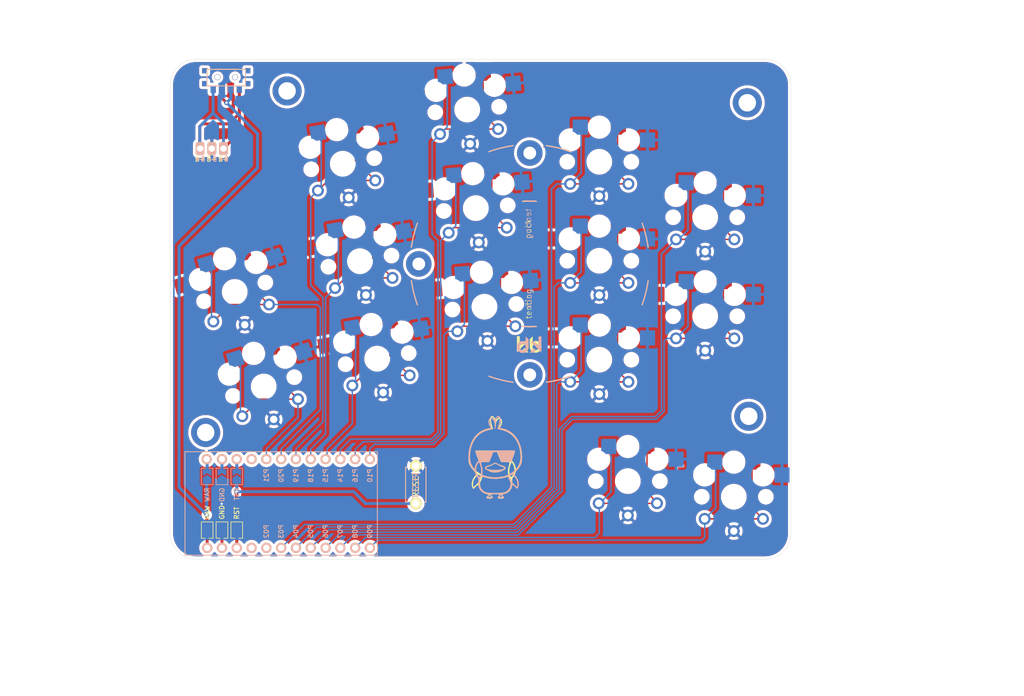
<source format=kicad_pcb>
(kicad_pcb (version 20211014) (generator pcbnew)
  (title_block (title "board") (rev "v1.0.0") (company "Unknown"))
  (layers (0 "F.Cu" signal) (31 "B.Cu" signal) (34 "B.Paste" user) (35 "F.Paste" user) (36 "B.SilkS" user "B.Silkscreen") (37 "F.SilkS" user "F.Silkscreen") (38 "B.Mask" user) (39 "F.Mask" user) (44 "Edge.Cuts" user))
  (net 0 "")
  (net 1 "P6")
  (net 2 "GND")
  (net 3 "P5")
  (net 4 "P4")
  (net 5 "P3")
  (net 6 "P2")
  (net 7 "P18")
  (net 8 "P15")
  (net 9 "P14")
  (net 10 "P16")
  (net 11 "P10")
  (net 12 "P19")
  (net 13 "P20")
  (net 14 "P21")
  (net 15 "P7")
  (net 16 "P8")
  (net 17 "P9")
  (net 18 "RAW")
  (net 19 "RST")
  (net 20 "Braw")
  (footprint "kbd:ResetSW" (layer "F.Cu") (at 83.928791 -49.631254 -90)
    (fp_text reference "B1" hide)
    (fp_text value "")
  )
  (footprint "Alaa:choc_hotswap_key" (layer "F.Cu") (at 71.38711 -104.745067 10)
    (fp_text reference "S11" hide)
    (fp_text value "" hide)
  )
  (footprint "Alaa:choc_hotswap_key" (layer "F.Cu") (at 94.221643 -97.114167 5)
    (fp_text reference "S15" hide)
    (fp_text value "" hide)
  )
  (footprint "Alaa:choc_hotswap_key" (layer "F.Cu") (at 115.424791 -88.077254)
    (fp_text reference "S21" hide)
    (fp_text value "" hide)
  )
  (footprint "E73:SPDT_C128955" (layer "F.Cu") (at 51.389406 -119.608838)
    (fp_text reference "T1" hide)
    (fp_text value "" hide)
  )
  (footprint "" (layer "F.Cu") (at 141.078791 -61.367254)
    (fp_text reference "")
    (fp_text value "")
  )
  (footprint "E73:SPDT_C128955" (layer "F.Cu") (at 51.389406 -119.608838)
    (fp_text reference "T2" hide)
    (fp_text value "" hide)
  )
  (footprint "Alaa:choc_hotswap_key" (layer "F.Cu") (at 133.599495 -95.544491)
    (fp_text reference "S29" hide)
    (fp_text value "" hide)
  )
  (footprint "" (layer "F.Cu") (at 47.860791 -58.573254)
    (fp_text reference "")
    (fp_text value "")
  )
  (footprint "LOGO" (layer "F.Cu") (at 97.484546 -52.964987)
    (fp_text reference "G***" hide)
    (fp_text value "LOGO" hide)
  )
  (footprint "Alaa:choc_hotswap_key" (layer "F.Cu") (at 138.511792 -47.543254)
    (fp_text reference "S33" hide)
    (fp_text value "" hide)
  )
  (footprint "Alaa:choc_hotswap_key" (layer "F.Cu") (at 77.291148 -71.261603 10)
    (fp_text reference "S7" hide)
    (fp_text value "" hide)
  )
  (footprint "lib:bat" (layer "F.Cu") (at 48.908791 -107.341254)
    (fp_text reference "PAD1" hide)
    (fp_text value "" hide)
  )
  (footprint "Alaa:choc_hotswap_key" (layer "F.Cu") (at 52.842259 -82.729963 17)
    (fp_text reference "S5" hide)
    (fp_text value "" hide)
  )
  (footprint "Alaa:choc_hotswap_key" (layer "F.Cu") (at 133.599495 -78.544491)
    (fp_text reference "S27" hide)
    (fp_text value "" hide)
  )
  (footprint "Alaa:choc_hotswap_key" (layer "F.Cu") (at 74.339129 -88.003335 10)
    (fp_text reference "S9" hide)
    (fp_text value "" hide)
  )
  (footprint "Alaa:choc_hotswap_key" (layer "F.Cu") (at 95.703291 -80.178857 5)
    (fp_text reference "S13" hide)
    (fp_text value "" hide)
  )
  (footprint "Alaa:choc_hotswap_key" (layer "F.Cu") (at 92.739996 -114.049477 5)
    (fp_text reference "S17" hide)
    (fp_text value "" hide)
  )
  (footprint "Alaa:choc_hotswap_key" (layer "F.Cu") (at 120.321152 -50.226273)
    (fp_text reference "S31" hide)
    (fp_text value "" hide)
  )
  (footprint "Alaa:choc_hotswap_key" (layer "F.Cu") (at 57.812578 -66.472782 17)
    (fp_text reference "S3" hide)
    (fp_text value "" hide)
  )
  (footprint "" (layer "F.Cu") (at 140.824791 -115.215254)
    (fp_text reference "")
    (fp_text value "")
  )
  (footprint "Alaa:Tenting_Puck_3_Holes" (layer "F.Cu") (at 103.486791 -87.529254)
    (fp_text reference "REF**")
    (fp_text value "Tenting Puck")
  )
  (footprint "Alaa:choc_hotswap_key" (layer "F.Cu") (at 115.424791 -105.077254)
    (fp_text reference "S23" hide)
    (fp_text value "" hide)
  )
  (footprint "Alaa:choc_hotswap_key" (layer "F.Cu") (at 115.424791 -71.077254)
    (fp_text reference "S19" hide)
    (fp_text value "" hide)
  )
  (footprint "" (layer "F.Cu") (at 61.830791 -117.247254)
    (fp_text reference "")
    (fp_text value "")
  )
  (footprint "LOGO" (layer "B.Cu") (at 97.644791 -52.985254 180)
    (fp_text reference "G***" hide)
    (fp_text value "LOGO" hide)
  )
  (footprint "ProMicro" (layer "B.Cu") (at 62.084791 -46.381254)
    (fp_text reference "MCU1" hide)
    (fp_text value "" hide)
  )
  (gr_line (start 148.316185 -41.254903) (end 148.319791 -118.263254) (layer "Edge.Cuts") (width 0.05))
  (gr_arc (start 46.209791 -36.808254) (mid 43.066691 -38.110165) (end 41.764791 -41.253254) (layer "Edge.Cuts") (width 0.05))
  (gr_arc (start 143.874791 -122.708254) (mid 147.01787 -121.406344) (end 148.319791 -118.263254) (layer "Edge.Cuts") (width 0.05))
  (gr_line (start 46.209791 -36.808254) (end 143.871185 -36.809903) (layer "Edge.Cuts") (width 0.05))
  (gr_line (start 41.761149 -118.266118) (end 41.764791 -41.253254) (layer "Edge.Cuts") (width 0.05))
  (gr_line (start 143.874791 -122.708254) (end 46.206149 -122.711118) (layer "Edge.Cuts") (width 0.05))
  (gr_arc (start 41.761149 -118.266118) (mid 43.063059 -121.409208) (end 46.206149 -122.711118) (layer "Edge.Cuts") (width 0.05))
  (gr_arc (start 148.316185 -41.254903) (mid 147.014275 -38.111817) (end 143.871185 -36.809903) (layer "Edge.Cuts") (width 0.05))
  (segment (start 136.724974 -93.619012) (end 136.724974 -101.34497) (width 0.25) (layer "F.Cu") (net 1))
  (segment (start 136.724974 -101.34497) (end 136.874495 -101.494491) (width 0.25) (layer "F.Cu") (net 1))
  (segment (start 138.599495 -91.744491) (end 136.724974 -93.619012) (width 0.25) (layer "F.Cu") (net 1))
  (segment (start 128.599495 -91.744491) (end 138.599495 -91.744491) (width 0.25) (layer "F.Cu") (net 1))
  (segment (start 108.566791 -48.667254) (end 108.566791 -59.208972) (width 0.25) (layer "B.Cu") (net 1))
  (segment (start 68.434791 -38.761254) (end 71.111831 -41.438294) (width 0.25) (layer "B.Cu") (net 1))
  (segment (start 130.654161 -100.454265) (end 130.654161 -93.367747) (width 0.25) (layer "B.Cu") (net 1))
  (segment (start 110.666594 -61.308774) (end 125.018311 -61.308774) (width 0.25) (layer "B.Cu") (net 1))
  (segment (start 126.092791 -89.237786) (end 128.599495 -91.744491) (width 0.25) (layer "B.Cu") (net 1))
  (segment (start 129.030905 -91.744491) (end 128.599495 -91.744491) (width 0.25) (layer "B.Cu") (net 1))
  (segment (start 130.654161 -93.367747) (end 129.030905 -91.744491) (width 0.25) (layer "B.Cu") (net 1))
  (segment (start 130.18492 -100.923506) (end 130.654161 -100.454265) (width 0.25) (layer "B.Cu") (net 1))
  (segment (start 108.566791 -59.208972) (end 110.666594 -61.308774) (width 0.25) (layer "B.Cu") (net 1))
  (segment (start 71.111831 -41.438294) (end 101.337831 -41.438294) (width 0.25) (layer "B.Cu") (net 1))
  (segment (start 101.337831 -41.438294) (end 108.566791 -48.667254) (width 0.25) (layer "B.Cu") (net 1))
  (segment (start 126.092791 -62.383254) (end 126.092791 -89.237786) (width 0.25) (layer "B.Cu") (net 1))
  (segment (start 125.018311 -61.308774) (end 126.092791 -62.383254) (width 0.25) (layer "B.Cu") (net 1))
  (segment (start 50.654791 -46.280744) (end 50.654791 -42.467731) (width 0.5) (layer "F.Cu") (net 2))
  (segment (start 50.606907 -46.328628) (end 50.654791 -46.280744) (width 0.5) (layer "F.Cu") (net 2))
  (via (at 50.606907 -46.328628) (size 0.8) (drill 0.4) (layers "F.Cu" "B.Cu") (net 2))
  (segment (start 50.631665 -46.353386) (end 50.654791 -46.376512) (width 0.5) (layer "B.Cu") (net 2))
  (segment (start 50.654791 -46.376512) (end 50.654791 -50.217731) (width 0.5) (layer "B.Cu") (net 2))
  (segment (start 120.424791 -67.277254) (end 110.424791 -67.277254) (width 0.25) (layer "F.Cu") (net 3))
  (segment (start 118.55027 -76.877733) (end 118.55027 -69.151775) (width 0.25) (layer "F.Cu") (net 3))
  (segment (start 118.55027 -69.151775) (end 120.424791 -67.277254) (width 0.25) (layer "F.Cu") (net 3))
  (segment (start 118.699791 -77.027254) (end 118.55027 -76.877733) (width 0.25) (layer "F.Cu") (net 3))
  (segment (start 112.299312 -77.420712) (end 112.299312 -69.151775) (width 0.25) (layer "B.Cu") (net 3))
  (segment (start 101.151633 -41.887814) (end 108.117271 -48.853452) (width 0.25) (layer "B.Cu") (net 3))
  (segment (start 108.117271 -48.853452) (end 108.117271 -66.759734) (width 0.25) (layer "B.Cu") (net 3))
  (segment (start 69.021351 -41.887814) (end 101.151633 -41.887814) (width 0.25) (layer "B.Cu") (net 3))
  (segment (start 112.299312 -69.151775) (end 110.424791 -67.277254) (width 0.25) (layer "B.Cu") (net 3))
  (segment (start 108.634791 -67.277254) (end 110.424791 -67.277254) (width 0.25) (layer "B.Cu") (net 3))
  (segment (start 108.117271 -66.759734) (end 108.634791 -67.277254) (width 0.25) (layer "B.Cu") (net 3))
  (segment (start 65.894791 -38.761254) (end 69.021351 -41.887814) (width 0.25) (layer "B.Cu") (net 3))
  (segment (start 118.55027 -86.151775) (end 120.424791 -84.277254) (width 0.25) (layer "F.Cu") (net 4))
  (segment (start 110.424791 -84.277254) (end 120.424791 -84.277254) (width 0.25) (layer "F.Cu") (net 4))
  (segment (start 118.55027 -93.877733) (end 118.55027 -86.151775) (width 0.25) (layer "F.Cu") (net 4))
  (segment (start 118.699791 -94.027254) (end 118.55027 -93.877733) (width 0.25) (layer "F.Cu") (net 4))
  (segment (start 66.930871 -42.337334) (end 100.965435 -42.337334) (width 0.25) (layer "B.Cu") (net 4))
  (segment (start 63.354791 -38.761254) (end 66.930871 -42.337334) (width 0.25) (layer "B.Cu") (net 4))
  (segment (start 100.965435 -42.337334) (end 107.667751 -49.03965) (width 0.25) (layer "B.Cu") (net 4))
  (segment (start 112.299312 -94.420712) (end 112.299312 -86.151775) (width 0.25) (layer "B.Cu") (net 4))
  (segment (start 107.667751 -83.582214) (end 108.362791 -84.277254) (width 0.25) (layer "B.Cu") (net 4))
  (segment (start 112.299312 -86.151775) (end 110.424791 -84.277254) (width 0.25) (layer "B.Cu") (net 4))
  (segment (start 108.362791 -84.277254) (end 110.424791 -84.277254) (width 0.25) (layer "B.Cu") (net 4))
  (segment (start 107.667751 -49.03965) (end 107.667751 -83.582214) (width 0.25) (layer "B.Cu") (net 4))
  (segment (start 118.55027 -110.877733) (end 118.55027 -103.151775) (width 0.25) (layer "F.Cu") (net 5))
  (segment (start 120.424791 -101.277254) (end 110.424791 -101.277254) (width 0.25) (layer "F.Cu") (net 5))
  (segment (start 118.699791 -111.027254) (end 118.55027 -110.877733) (width 0.25) (layer "F.Cu") (net 5))
  (segment (start 118.55027 -103.151775) (end 120.424791 -101.277254) (width 0.25) (layer "F.Cu") (net 5))
  (segment (start 112.299312 -103.151775) (end 110.424791 -101.277254) (width 0.25) (layer "B.Cu") (net 5))
  (segment (start 108.090791 -101.277254) (end 110.424791 -101.277254) (width 0.25) (layer "B.Cu") (net 5))
  (segment (start 107.218231 -49.225848) (end 107.218231 -100.404694) (width 0.25) (layer "B.Cu") (net 5))
  (segment (start 112.299312 -111.420712) (end 112.299312 -103.151775) (width 0.25) (layer "B.Cu") (net 5))
  (segment (start 60.814791 -38.761254) (end 64.840391 -42.786854) (width 0.25) (layer "B.Cu") (net 5))
  (segment (start 100.779237 -42.786854) (end 107.218231 -49.225848) (width 0.25) (layer "B.Cu") (net 5))
  (segment (start 107.218231 -100.404694) (end 108.090791 -101.277254) (width 0.25) (layer "B.Cu") (net 5))
  (segment (start 64.840391 -42.786854) (end 100.779237 -42.786854) (width 0.25) (layer "B.Cu") (net 5))
  (segment (start 76.531168 -88.521169) (end 79.923031 -85.129306) (width 0.25) (layer "F.Cu") (net 7))
  (segment (start 76.531168 -94.431639) (end 76.531168 -88.521169) (width 0.25) (layer "F.Cu") (net 7))
  (segment (start 79.923031 -85.129306) (end 71.811434 -85.129306) (width 0.25) (layer "F.Cu") (net 7))
  (segment (start 71.811434 -85.129306) (end 70.074953 -83.392825) (width 0.25) (layer "F.Cu") (net 7))
  (segment (start 70.638431 -83.956303) (end 70.074953 -83.392825) (width 0.25) (layer "B.Cu") (net 7))
  (segment (start 65.894791 -55.779254) (end 68.434791 -58.319254) (width 0.25) (layer "B.Cu") (net 7))
  (segment (start 68.434791 -81.752663) (end 70.074953 -83.392825) (width 0.25) (layer "B.Cu") (net 7))
  (segment (start 70.638431 -92.736489) (end 70.638431 -83.956303) (width 0.25) (layer "B.Cu") (net 7))
  (segment (start 65.894791 -54.001254) (end 65.894791 -55.779254) (width 0.25) (layer "B.Cu") (net 7))
  (segment (start 68.434791 -58.319254) (end 68.434791 -81.752663) (width 0.25) (layer "B.Cu") (net 7))
  (segment (start 70.080677 -93.294243) (end 70.638431 -92.736489) (width 0.25) (layer "B.Cu") (net 7))
  (segment (start 79.483187 -71.779437) (end 82.87505 -68.387574) (width 0.25) (layer "F.Cu") (net 8))
  (segment (start 82.87505 -68.387574) (end 74.763453 -68.387574) (width 0.25) (layer "F.Cu") (net 8))
  (segment (start 79.483187 -77.689907) (end 79.483187 -71.779437) (width 0.25) (layer "F.Cu") (net 8))
  (segment (start 74.763453 -68.387574) (end 73.026972 -66.651093) (width 0.25) (layer "F.Cu") (net 8))
  (segment (start 73.59045 -67.214571) (end 73.026972 -66.651093) (width 0.25) (layer "B.Cu") (net 8))
  (segment (start 68.434791 -54.001254) (end 68.688791 -54.255254) (width 0.25) (layer "B.Cu") (net 8))
  (segment (start 73.032696 -76.552511) (end 73.59045 -75.994757) (width 0.25) (layer "B.Cu") (net 8))
  (segment (start 73.59045 -75.994757) (end 73.59045 -67.214571) (width 0.25) (layer "B.Cu") (net 8))
  (segment (start 68.688791 -54.255254) (end 68.688791 -55.779254) (width 0.25) (layer "B.Cu") (net 8))
  (segment (start 68.688791 -55.779254) (end 73.026972 -60.117435) (width 0.25) (layer "B.Cu") (net 8))
  (segment (start 73.026972 -60.117435) (end 73.026972 -66.651093) (width 0.25) (layer "B.Cu") (net 8))
  (segment (start 95.483957 -120.262271) (end 95.483957 -113.26792) (width 0.25) (layer "F.Cu") (net 9))
  (segment (start 88.961772 -110.699716) (end 88.090214 -109.828158) (width 0.25) (layer "F.Cu") (net 9))
  (segment (start 98.052161 -110.699716) (end 88.961772 -110.699716) (width 0.25) (layer "F.Cu") (net 9))
  (segment (start 95.483957 -113.26792) (end 98.052161 -110.699716) (width 0.25) (layer "F.Cu") (net 9))
  (segment (start 72.762831 -57.440294) (end 86.604395 -57.440294) (width 0.25) (layer "B.Cu") (net 9))
  (segment (start 87.738791 -58.57469) (end 87.738791 -91.593254) (width 0.25) (layer "B.Cu") (net 9))
  (segment (start 70.974791 -55.652254) (end 72.762831 -57.440294) (width 0.25) (layer "B.Cu") (net 9))
  (segment (start 86.604395 -57.440294) (end 87.738791 -58.57469) (width 0.25) (layer "B.Cu") (net 9))
  (segment (start 70.974791 -54.001254) (end 70.974791 -55.652254) (width 0.25) (layer "B.Cu") (net 9))
  (segment (start 89.306709 -111.044653) (end 88.090214 -109.828158) (width 0.25) (layer "B.Cu") (net 9))
  (segment (start 89.306709 -119.343573) (end 89.306709 -111.044653) (width 0.25) (layer "B.Cu") (net 9))
  (segment (start 87.738791 -91.593254) (end 86.722791 -92.609254) (width 0.25) (layer "B.Cu") (net 9))
  (segment (start 86.722791 -92.609254) (end 86.722791 -108.460735) (width 0.25) (layer "B.Cu") (net 9))
  (segment (start 88.958882 -119.6914) (end 89.306709 -119.343573) (width 0.25) (layer "B.Cu") (net 9))
  (segment (start 86.722791 -108.460735) (end 88.090214 -109.828158) (width 0.25) (layer "B.Cu") (net 9))
  (segment (start 99.533808 -93.764406) (end 90.443419 -93.764406) (width 0.25) (layer "F.Cu") (net 10))
  (segment (start 96.965604 -96.33261) (end 99.533808 -93.764406) (width 0.25) (layer "F.Cu") (net 10))
  (segment (start 96.965604 -103.326961) (end 96.965604 -96.33261) (width 0.25) (layer "F.Cu") (net 10))
  (segment (start 90.443419 -93.764406) (end 89.571861 -92.892848) (width 0.25) (layer "F.Cu") (net 10))
  (segment (start 90.788356 -94.109343) (end 89.571861 -92.892848) (width 0.25) (layer "B.Cu") (net 10))
  (segment (start 73.514791 -54.001254) (end 73.514791 -55.652254) (width 0.25) (layer "B.Cu") (net 10))
  (segment (start 86.790593 -56.990774) (end 88.188311 -58.388492) (width 0.25) (layer "B.Cu") (net 10))
  (segment (start 88.188311 -58.388492) (end 88.188311 -91.509298) (width 0.25) (layer "B.Cu") (net 10))
  (segment (start 90.440529 -102.75609) (end 90.788356 -102.408263) (width 0.25) (layer "B.Cu") (net 10))
  (segment (start 88.188311 -91.509298) (end 89.571861 -92.892848) (width 0.25) (layer "B.Cu") (net 10))
  (segment (start 74.853311 -56.990774) (end 86.790593 -56.990774) (width 0.25) (layer "B.Cu") (net 10))
  (segment (start 90.788356 -102.408263) (end 90.788356 -94.109343) (width 0.25) (layer "B.Cu") (net 10))
  (segment (start 73.514791 -55.652254) (end 74.853311 -56.990774) (width 0.25) (layer "B.Cu") (net 10))
  (segment (start 91.925067 -76.829096) (end 91.053509 -75.957538) (width 0.25) (layer "F.Cu") (net 11))
  (segment (start 101.015456 -76.829096) (end 98.447252 -79.3973) (width 0.25) (layer "F.Cu") (net 11))
  (segment (start 98.447252 -79.3973) (end 98.447252 -86.391651) (width 0.25) (layer "F.Cu") (net 11))
  (segment (start 101.015456 -76.829096) (end 91.925067 -76.829096) (width 0.25) (layer "F.Cu") (net 11))
  (segment (start 88.754791 -58.319254) (end 88.754791 -75.337254) (width 0.25) (layer "B.Cu") (net 11))
  (segment (start 92.270004 -77.174033) (end 91.053509 -75.957538) (width 0.25) (layer "B.Cu") (net 11))
  (segment (start 88.754791 -75.337254) (end 89.375075 -75.957538) (width 0.25) (layer "B.Cu") (net 11))
  (segment (start 89.375075 -75.957538) (end 91.053509 -75.957538) (width 0.25) (layer "B.Cu") (net 11))
  (segment (start 76.054791 -54.001254) (end 76.054791 -55.779254) (width 0.25) (layer "B.Cu") (net 11))
  (segment (start 86.976791 -56.541254) (end 88.754791 -58.319254) (width 0.25) (layer "B.Cu") (net 11))
  (segment (start 76.054791 -55.779254) (end 76.816791 -56.541254) (width 0.25) (layer "B.Cu") (net 11))
  (segment (start 91.922177 -85.82078) (end 92.270004 -85.472953) (width 0.25) (layer "B.Cu") (net 11))
  (segment (start 76.816791 -56.541254) (end 86.976791 -56.541254) (width 0.25) (layer "B.Cu") (net 11))
  (segment (start 92.270004 -85.472953) (end 92.270004 -77.174033) (width 0.25) (layer "B.Cu") (net 11))
  (segment (start 68.859415 -101.871038) (end 67.122934 -100.134557) (width 0.25) (layer "F.Cu") (net 12))
  (segment (start 73.579149 -111.173371) (end 73.579149 -105.262901) (width 0.25) (layer "F.Cu") (net 12))
  (segment (start 76.971012 -101.871038) (end 68.859415 -101.871038) (width 0.25) (layer "F.Cu") (net 12))
  (segment (start 73.579149 -105.262901) (end 76.971012 -101.871038) (width 0.25) (layer "F.Cu") (net 12))
  (segment (start 67.686412 -100.698035) (end 67.122934 -100.134557) (width 0.25) (layer "B.Cu") (net 12))
  (segment (start 67.128658 -110.035975) (end 67.686412 -109.478221) (width 0.25) (layer "B.Cu") (net 12))
  (segment (start 67.985271 -81.755774) (end 65.894791 -83.846254) (width 0.25) (layer "B.Cu") (net 12))
  (segment (start 65.894791 -98.906414) (end 67.122934 -100.134557) (width 0.25) (layer "B.Cu") (net 12))
  (segment (start 65.894791 -83.846254) (end 65.894791 -98.906414) (width 0.25) (layer "B.Cu") (net 12))
  (segment (start 67.686412 -109.478221) (end 67.686412 -100.698035) (width 0.25) (layer "B.Cu") (net 12))
  (segment (start 63.354791 -55.779254) (end 67.985271 -60.409734) (width 0.25) (layer "B.Cu") (net 12))
  (segment (start 63.354791 -54.001254) (end 63.354791 -55.779254) (width 0.25) (layer "B.Cu") (net 12))
  (segment (start 67.985271 -60.409734) (end 67.985271 -81.755774) (width 0.25) (layer "B.Cu") (net 12))
  (segment (start 58.734795 -80.557863) (end 52.095465 -80.557863) (width 0.25) (layer "F.Cu") (net 13))
  (segment (start 54.234545 -89.377494) (end 54.234545 -85.058113) (width 0.25) (layer "F.Cu") (net 13))
  (segment (start 52.095465 -80.557863) (end 49.171748 -77.634146) (width 0.25) (layer "F.Cu") (net 13))
  (segment (start 54.234545 -85.058113) (end 58.734795 -80.557863) (width 0.25) (layer "F.Cu") (net 13))
  (segment (start 60.814791 -55.779254) (end 67.535751 -62.500214) (width 0.25) (layer "B.Cu") (net 13))
  (segment (start 47.655954 -88.184596) (end 48.856953 -86.983597) (width 0.25) (layer "B.Cu") (net 13))
  (segment (start 48.856953 -86.983597) (end 48.856953 -78.356283) (width 0.25) (layer "B.Cu") (net 13))
  (segment (start 67.024182 -80.557863) (end 58.734795 -80.557863) (width 0.25) (layer "B.Cu") (net 13))
  (segment (start 67.535751 -62.500214) (end 67.535751 -80.046294) (width 0.25) (layer "B.Cu") (net 13))
  (segment (start 60.814791 -54.001254) (end 60.814791 -55.779254) (width 0.25) (layer "B.Cu") (net 13))
  (segment (start 67.535751 -80.046294) (end 67.024182 -80.557863) (width 0.25) (layer "B.Cu") (net 13))
  (segment (start 59.204864 -68.800932) (end 63.705114 -64.300682) (width 0.25) (layer "F.Cu") (net 14))
  (segment (start 63.705114 -64.300682) (end 57.065784 -64.300682) (width 0.25) (layer "F.Cu") (net 14))
  (segment (start 57.065784 -64.300682) (end 54.142067 -61.376965) (width 0.25) (layer "F.Cu") (net 14))
  (segment (start 59.204864 -73.120313) (end 59.204864 -68.800932) (width 0.25) (layer "F.Cu") (net 14))
  (segment (start 52.626273 -71.927415) (end 53.827272 -70.726416) (width 0.25) (layer "B.Cu") (net 14))
  (segment (start 58.274791 -54.001254) (end 58.274791 -55.779254) (width 0.25) (layer "B.Cu") (net 14))
  (segment (start 63.705114 -61.209577) (end 63.705114 -64.300682) (width 0.25) (layer "B.Cu") (net 14))
  (segment (start 58.274791 -55.779254) (end 63.705114 -61.209577) (width 0.25) (layer "B.Cu") (net 14))
  (segment (start 53.827272 -70.726416) (end 53.827272 -62.099102) (width 0.25) (layer "B.Cu") (net 14))
  (segment (start 136.724974 -76.619012) (end 136.724974 -84.34497) (width 0.25) (layer "F.Cu") (net 15))
  (segment (start 138.599495 -74.744491) (end 136.724974 -76.619012) (width 0.25) (layer "F.Cu") (net 15))
  (segment (start 136.724974 -84.34497) (end 136.874495 -84.494491) (width 0.25) (layer "F.Cu") (net 15))
  (segment (start 128.599495 -74.744491) (end 138.599495 -74.744491) (width 0.25) (layer "F.Cu") (net 15))
  (segment (start 130.654161 -83.454265) (end 130.654161 -76.799157) (width 0.25) (layer "B.Cu") (net 15))
  (segment (start 101.524029 -40.988774) (end 109.016311 -48.481057) (width 0.25) (layer "B.Cu") (net 15))
  (segment (start 130.18492 -83.923506) (end 130.654161 -83.454265) (width 0.25) (layer "B.Cu") (net 15))
  (segment (start 109.016311 -48.481057) (end 109.016311 -59.022774) (width 0.25) (layer "B.Cu") (net 15))
  (segment (start 109.016311 -59.022774) (end 110.852791 -60.859254) (width 0.25) (layer "B.Cu") (net 15))
  (segment (start 126.542311 -74.262774) (end 127.024028 -74.744491) (width 0.25) (layer "B.Cu") (net 15))
  (segment (start 73.202311 -40.988774) (end 101.524029 -40.988774) (width 0.25) (layer "B.Cu") (net 15))
  (segment (start 110.852791 -60.859254) (end 125.204509 -60.859254) (width 0.25) (layer "B.Cu") (net 15))
  (segment (start 126.542311 -62.197056) (end 126.542311 -74.262774) (width 0.25) (layer "B.Cu") (net 15))
  (segment (start 70.974791 -38.761254) (end 73.202311 -40.988774) (width 0.25) (layer "B.Cu") (net 15))
  (segment (start 125.204509 -60.859254) (end 126.542311 -62.197056) (width 0.25) (layer "B.Cu") (net 15))
  (segment (start 130.654161 -76.799157) (end 128.45992 -74.604916) (width 0.25) (layer "B.Cu") (net 15))
  (segment (start 127.024028 -74.744491) (end 128.599495 -74.744491) (width 0.25) (layer "B.Cu") (net 15))
  (segment (start 123.611436 -56.001952) (end 123.611436 -48.275994) (width 0.25) (layer "F.Cu") (net 16))
  (segment (start 123.760956 -56.151472) (end 123.611436 -56.001952) (width 0.25) (layer "F.Cu") (net 16))
  (segment (start 123.611436 -48.275994) (end 125.485957 -46.401473) (width 0.25) (layer "F.Cu") (net 16))
  (segment (start 125.485957 -46.401473) (end 115.485957 -46.401473) (width 0.25) (layer "F.Cu") (net 16))
  (segment (start 73.514791 -38.761254) (end 75.292791 -40.539254) (width 0.25) (layer "B.Cu") (net 16))
  (segment (start 117.210956 -56.151473) (end 117.437957 -55.924472) (width 0.25) (layer "B.Cu") (net 16))
  (segment (start 117.437957 -55.924472) (end 117.437957 -48.353473) (width 0.25) (layer "B.Cu") (net 16))
  (segment (start 75.292791 -40.539254) (end 114.662791 -40.539254) (width 0.25) (layer "B.Cu") (net 16))
  (segment (start 117.437957 -48.353473) (end 115.485957 -46.401473) (width 0.25) (layer "B.Cu") (net 16))
  (segment (start 114.662791 -40.539254) (end 115.424791 -41.301254) (width 0.25) (layer "B.Cu") (net 16))
  (segment (start 115.424791 -41.301254) (end 115.424791 -46.322634) (width 0.25) (layer "B.Cu") (net 16))
  (segment (start 141.637271 -45.617775) (end 143.511792 -43.743254) (width 0.25) (layer "F.Cu") (net 17))
  (segment (start 141.637271 -53.343733) (end 141.637271 -45.617775) (width 0.25) (layer "F.Cu") (net 17))
  (segment (start 141.786791 -53.493253) (end 141.637271 -53.343733) (width 0.25) (layer "F.Cu") (net 17))
  (segment (start 143.511792 -43.743254) (end 133.511792 -43.743254) (width 0.25) (layer "F.Cu") (net 17))
  (segment (start 135.386313 -45.617775) (end 133.511792 -43.743254) (width 0.25) (layer "B.Cu") (net 17))
  (segment (start 77.383271 -40.089734) (end 133.009271 -40.089734) (width 0.25) (layer "B.Cu") (net 17))
  (segment (start 135.236791 -53.493254) (end 135.386313 -53.343732) (width 0.25) (layer "B.Cu") (net 17))
  (segment (start 133.511792 -40.592255) (end 133.511792 -43.743254) (width 0.25) (layer "B.Cu") (net 17))
  (segment (start 133.009271 -40.089734) (end 133.511792 -40.592255) (width 0.25) (layer "B.Cu") (net 17))
  (segment (start 76.054791 -38.761254) (end 77.383271 -40.089734) (width 0.25) (layer "B.Cu") (net 17))
  (segment (start 135.386313 -53.343732) (end 135.386313 -45.617775) (width 0.25) (layer "B.Cu") (net 17))
  (segment (start 48.072149 -44.396082) (end 48.072149 -42.443543) (width 0.5) (layer "F.Cu") (net 18))
  (segment (start 50.639406 -116.023566) (end 51.441433 -115.221539) (width 0.5) (layer "F.Cu") (net 18))
  (segment (start 48.04419 -44.424041) (end 48.072149 -44.396082) (width 0.5) (layer "F.Cu") (net 18))
  (segment (start 50.639406 -117.533838) (end 50.639406 -116.023566) (width 0.5) (layer "F.Cu") (net 18))
  (via (at 48.04419 -44.424041) (size 0.8) (drill 0.4) (layers "F.Cu" "B.Cu") (net 18))
  (via (at 51.441433 -115.221539) (size 0.8) (drill 0.4) (layers "F.Cu" "B.Cu") (net 18))
  (segment (start 48.114791 -50.217731) (end 48.04419 -50.14713) (width 0.5) (layer "B.Cu") (net 18))
  (segment (start 48.04419 -44.424041) (end 43.288791 -49.17944) (width 0.5) (layer "B.Cu") (net 18))
  (segment (start 56.750791 -104.039254) (end 56.750791 -109.912181) (width 0.5) (layer "B.Cu") (net 18))
  (segment (start 43.288791 -90.577254) (end 56.750791 -104.039254) (width 0.5) (layer "B.Cu") (net 18))
  (segment (start 48.04419 -50.14713) (end 48.04419 -44.424041) (width 0.5) (layer "B.Cu") (net 18))
  (segment (start 56.750791 -109.912181) (end 51.441433 -115.221539) (width 0.5) (layer "B.Cu") (net 18))
  (segment (start 52.190791 -115.970928) (end 51.492818 -115.272955) (width 0.5) (layer "B.Cu") (net 18))
  (segment (start 52.190791 -117.585254) (end 52.190791 -115.970928) (width 0.5) (layer "B.Cu") (net 18))
  (segment (start 43.288791 -49.17944) (end 43.288791 -90.577254) (width 0.5) (layer "B.Cu") (net 18))
  (segment (start 53.150987 -48.413823) (end 53.172149 -48.392661) (width 0.5) (layer "F.Cu") (net 19))
  (segment (start 53.172149 -48.392661) (end 53.172149 -42.490373) (width 0.5) (layer "F.Cu") (net 19))
  (via (at 53.150987 -48.413823) (size 0.8) (drill 0.4) (layers "F.Cu" "B.Cu") (net 19))
  (segment (start 73.26136 -48.413823) (end 75.293929 -46.381254) (width 0.5) (layer "B.Cu") (net 19))
  (segment (start 53.194791 -48.457627) (end 53.194791 -50.217731) (width 0.5) (layer "B.Cu") (net 19))
  (segment (start 53.150987 -48.413823) (end 53.194791 -48.457627) (width 0.5) (layer "B.Cu") (net 19))
  (segment (start 53.150987 -48.413823) (end 73.26136 -48.413823) (width 0.5) (layer "B.Cu") (net 19))
  (segment (start 75.293929 -46.381254) (end 83.928791 -46.381254) (width 0.5) (layer "B.Cu") (net 19))
  (segment (start 53.639406 -110.071869) (end 50.908791 -107.341254) (width 0.5) (layer "F.Cu") (net 20))
  (segment (start 46.844791 -107.405254) (end 46.908791 -107.341254) (width 0.5) (layer "F.Cu") (net 20))
  (segment (start 53.639406 -117.533838) (end 53.639406 -113.373869) (width 0.5) (layer "F.Cu") (net 20))
  (segment (start 53.639406 -113.373869) (end 51.860791 -111.595254) (width 0.5) (layer "F.Cu") (net 20))
  (segment (start 46.844791 -111.151254) (end 46.844791 -107.405254) (width 0.5) (layer "F.Cu") (net 20))
  (segment (start 51.860791 -111.595254) (end 47.288791 -111.595254) (width 0.5) (layer "F.Cu") (net 20))
  (segment (start 53.639406 -117.533838) (end 53.639406 -110.071869) (width 0.5) (layer "F.Cu") (net 20))
  (segment (start 47.288791 -111.595254) (end 46.844791 -111.151254) (width 0.5) (layer "F.Cu") (net 20))
  (segment (start 46.844791 -107.405254) (end 46.908791 -107.341254) (width 0.5) (layer "B.Cu") (net 20))
  (segment (start 49.139406 -113.445869) (end 46.844791 -111.151254) (width 0.5) (layer "B.Cu") (net 20))
  (segment (start 49.139406 -117.533838) (end 49.139406 -113.445869) (width 0.5) (layer "B.Cu") (net 20))
  (segment (start 49.139406 -113.445869) (end 50.908791 -111.676484) (width 0.5) (layer "B.Cu") (net 20))
  (segment (start 46.844791 -111.151254) (end 46.844791 -107.405254) (width 0.5) (layer "B.Cu") (net 20))
  (segment (start 50.908791 -111.676484) (end 50.908791 -107.341254) (width 0.5) (layer "B.Cu") (net 20))
  (zone locked (net 2) (net_name "GND") (layers F&B.Cu) (connect_pads (clearance 0.508)) (min_thickness 0.254) (fill yes (thermal_gap 0.508) (thermal_bridge_width 0.508) (island_removal_mode 1) (island_area_min 0))
    (polygon (pts (xy 185.274791 -132.868254) (xy 188.341 -13.2842) (xy 15.094791 -16.028254) (xy 12.554791 -132.868254) (xy 86.7918 -132.868254)))
  )
)
</source>
